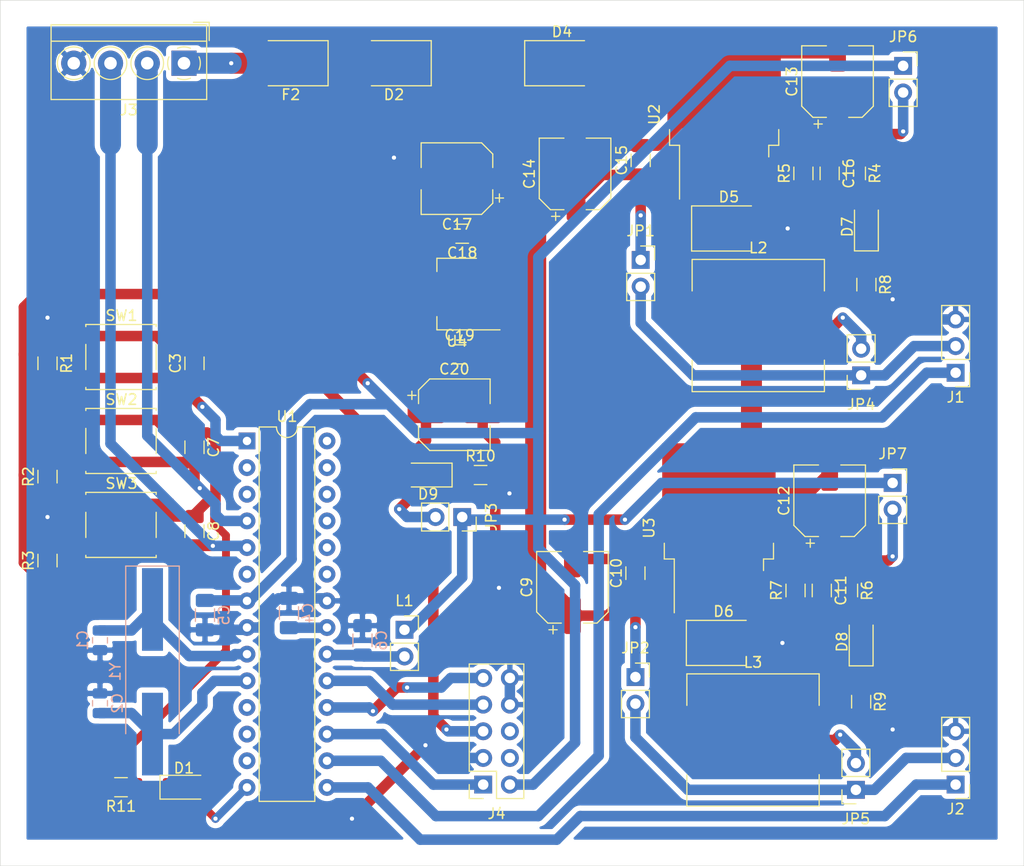
<source format=kicad_pcb>
(kicad_pcb (version 20171130) (host pcbnew "(5.1.0)-1")
  (layers (0 F.Cu signal) (31 B.Cu signal) (34 B.Paste user) (35 F.Paste user) (36 B.SilkS user) (37 F.SilkS user) (38 B.Mask user) (39 F.Mask user) (44 Edge.Cuts user))
  (net 0 "")
  (net 1 GND)
  (net 2 "Net-(C1-Pad1)")
  (net 3 "Net-(C2-Pad1)")
  (net 4 "Net-(C4-Pad1)")
  (net 5 +5V)
  (net 6 "Net-(C6-Pad1)")
  (net 7 /Button1)
  (net 8 /Button2)
  (net 9 +12P)
  (net 10 "Net-(C11-Pad2)")
  (net 11 "Net-(C11-Pad1)")
  (net 12 "Net-(C13-Pad1)")
  (net 13 "Net-(C16-Pad1)")
  (net 14 "Net-(C19-Pad1)")
  (net 15 "Net-(D2-Pad2)")
  (net 16 "Net-(D5-Pad1)")
  (net 17 "Net-(D6-Pad1)")
  (net 18 "Net-(D7-Pad1)")
  (net 19 "Net-(D8-Pad1)")
  (net 20 "Net-(D9-Pad1)")
  (net 21 +12V)
  (net 22 /PWM1)
  (net 23 VDD)
  (net 24 Vdrive)
  (net 25 /PWM2)
  (net 26 /MOSI)
  (net 27 /RESET)
  (net 28 /SCK)
  (net 29 /MISO)
  (net 30 /LED)
  (net 31 "Net-(D1-Pad1)")
  (module Resistor_SMD:R_1206_3216Metric (layer F.Cu) (at 29 105 180)
    (fp_text reference R11 (at 0 -1.82 180) (layer F.SilkS))
    (fp_text value 330)
    (pad 2 smd roundrect (at 1.4 0 180) (size 1.25 1.75) (layers F.Cu F.Paste F.Mask) (roundrect_rratio 0.2) (net 1 GND))
    (pad 1 smd roundrect (at -1.4 0 180) (size 1.25 1.75) (layers F.Cu F.Paste F.Mask) (roundrect_rratio 0.2) (net 31 "Net-(D1-Pad1)"))
  )
  (module LED_SMD:LED_1206_3216Metric (layer F.Cu) (at 35 105)
    (fp_text reference D1 (at 0 -1.82) (layer F.SilkS))
    (fp_text value LED)
    (pad 2 smd roundrect (at 1.4 0) (size 1.25 1.75) (layers F.Cu F.Paste F.Mask) (roundrect_rratio 0.2) (net 30 /LED))
    (pad 1 smd roundrect (at -1.4 0) (size 1.25 1.75) (layers F.Cu F.Paste F.Mask) (roundrect_rratio 0.2) (net 31 "Net-(D1-Pad1)"))
  )
  (module Capacitor_SMD:C_0805_2012Metric (layer B.Cu) (at 27 91 270)
    (fp_text reference C1 (at 0 1.65 270) (layer B.SilkS) (effects (justify mirror)))
    (fp_text value 22p)
    (pad 2 smd roundrect (at 0.9375 0 270) (size 0.975 1.4) (layers B.Cu B.Paste B.Mask) (net 1 GND))
    (pad 1 smd roundrect (at -0.9375 0 270) (size 0.975 1.4) (layers B.Cu B.Paste B.Mask) (net 2 "Net-(C1-Pad1)"))
  )
  (module Capacitor_SMD:C_0805_2012Metric (layer B.Cu) (at 27 97 90)
    (fp_text reference C2 (at 0 1.65 90) (layer B.SilkS) (effects (justify mirror)))
    (fp_text value 22p)
    (pad 1 smd roundrect (at -0.9375 0 90) (size 0.975 1.4) (layers B.Cu B.Paste B.Mask) (net 3 "Net-(C2-Pad1)"))
    (pad 2 smd roundrect (at 0.9375 0 90) (size 0.975 1.4) (layers B.Cu B.Paste B.Mask) (net 1 GND))
  )
  (module Capacitor_SMD:C_1206_3216Metric (layer F.Cu) (at 36 64.6 90)
    (fp_text reference C3 (at 0 -1.82 90) (layer F.SilkS))
    (fp_text value 100n)
    (pad 2 smd roundrect (at 1.4 0 90) (size 1.25 1.75) (layers F.Cu F.Paste F.Mask) (roundrect_rratio 0.2) (net 1 GND))
    (pad 1 smd roundrect (at -1.4 0 90) (size 1.25 1.75) (layers F.Cu F.Paste F.Mask) (roundrect_rratio 0.2) (net 27 /RESET))
  )
  (module Capacitor_SMD:C_1206_3216Metric (layer B.Cu) (at 45 88.4 90)
    (fp_text reference C4 (at 0 1.82 90) (layer B.SilkS) (effects (justify mirror)))
    (fp_text value 100n)
    (pad 1 smd roundrect (at -1.4 0 90) (size 1.25 1.75) (layers B.Cu B.Paste B.Mask) (roundrect_rratio 0.2) (net 4 "Net-(C4-Pad1)"))
    (pad 2 smd roundrect (at 1.4 0 90) (size 1.25 1.75) (layers B.Cu B.Paste B.Mask) (roundrect_rratio 0.2) (net 1 GND))
  )
  (module Capacitor_SMD:C_1206_3216Metric (layer B.Cu) (at 37 88.6 90)
    (fp_text reference C5 (at 0 1.82 90) (layer B.SilkS) (effects (justify mirror)))
    (fp_text value 100n)
    (pad 1 smd roundrect (at -1.4 0 90) (size 1.25 1.75) (layers B.Cu B.Paste B.Mask) (roundrect_rratio 0.2) (net 1 GND))
    (pad 2 smd roundrect (at 1.4 0 90) (size 1.25 1.75) (layers B.Cu B.Paste B.Mask) (roundrect_rratio 0.2) (net 5 +5V))
  )
  (module Capacitor_SMD:C_1206_3216Metric (layer B.Cu) (at 52 91 90)
    (fp_text reference C6 (at 0 1.82 90) (layer B.SilkS) (effects (justify mirror)))
    (fp_text value 100n)
    (pad 2 smd roundrect (at 1.4 0 90) (size 1.25 1.75) (layers B.Cu B.Paste B.Mask) (roundrect_rratio 0.2) (net 1 GND))
    (pad 1 smd roundrect (at -1.4 0 90) (size 1.25 1.75) (layers B.Cu B.Paste B.Mask) (roundrect_rratio 0.2) (net 6 "Net-(C6-Pad1)"))
  )
  (module Capacitor_SMD:C_1206_3216Metric (layer F.Cu) (at 36 72.6 270)
    (fp_text reference C7 (at 0 -1.82 270) (layer F.SilkS))
    (fp_text value 100n)
    (pad 1 smd roundrect (at -1.4 0 270) (size 1.25 1.75) (layers F.Cu F.Paste F.Mask) (roundrect_rratio 0.2) (net 1 GND))
    (pad 2 smd roundrect (at 1.4 0 270) (size 1.25 1.75) (layers F.Cu F.Paste F.Mask) (roundrect_rratio 0.2) (net 7 /Button1))
  )
  (module Capacitor_SMD:C_1206_3216Metric (layer F.Cu) (at 36 80.6 270)
    (fp_text reference C8 (at 0 -1.82 270) (layer F.SilkS))
    (fp_text value 100n)
    (pad 2 smd roundrect (at 1.4 0 270) (size 1.25 1.75) (layers F.Cu F.Paste F.Mask) (roundrect_rratio 0.2) (net 8 /Button2))
    (pad 1 smd roundrect (at -1.4 0 270) (size 1.25 1.75) (layers F.Cu F.Paste F.Mask) (roundrect_rratio 0.2) (net 1 GND))
  )
  (module Capacitor_SMD:CP_Elec_6.3x7.7 (layer F.Cu) (at 72 85.95 90)
    (fp_text reference C9 (at 0 -4.35 90) (layer F.SilkS))
    (fp_text value 100u)
    (pad 2 smd roundrect (at 2.7 0 90) (size 3.5 1.6) (layers F.Cu F.Paste F.Mask) (roundrect_rratio 0.15625) (net 1 GND))
    (pad 1 smd roundrect (at -2.7 0 90) (size 3.5 1.6) (layers F.Cu F.Paste F.Mask) (roundrect_rratio 0.15625) (net 9 +12P))
  )
  (module Capacitor_SMD:C_1206_3216Metric (layer F.Cu) (at 78 84.6 90)
    (fp_text reference C10 (at 0 -1.82 90) (layer F.SilkS))
    (fp_text value 100n)
    (pad 2 smd roundrect (at 1.4 0 90) (size 1.25 1.75) (layers F.Cu F.Paste F.Mask) (roundrect_rratio 0.2) (net 1 GND))
    (pad 1 smd roundrect (at -1.4 0 90) (size 1.25 1.75) (layers F.Cu F.Paste F.Mask) (roundrect_rratio 0.2) (net 9 +12P))
  )
  (module Capacitor_SMD:C_1206_3216Metric (layer F.Cu) (at 95.75 86.25 270)
    (fp_text reference C11 (at 0 -1.82 270) (layer F.SilkS))
    (fp_text value 20n)
    (pad 2 smd roundrect (at 1.4 0 270) (size 1.25 1.75) (layers F.Cu F.Paste F.Mask) (roundrect_rratio 0.2) (net 10 "Net-(C11-Pad2)"))
    (pad 1 smd roundrect (at -1.4 0 270) (size 1.25 1.75) (layers F.Cu F.Paste F.Mask) (roundrect_rratio 0.2) (net 11 "Net-(C11-Pad1)"))
  )
  (module Capacitor_SMD:CP_Elec_6.3x7.7 (layer F.Cu) (at 96.5 77.7 90)
    (fp_text reference C12 (at 0 -4.35 90) (layer F.SilkS))
    (fp_text value 470u/220u)
    (pad 1 smd roundrect (at -2.7 0 90) (size 3.5 1.6) (layers F.Cu F.Paste F.Mask) (roundrect_rratio 0.15625) (net 10 "Net-(C11-Pad2)"))
    (pad 2 smd roundrect (at 2.7 0 90) (size 3.5 1.6) (layers F.Cu F.Paste F.Mask) (roundrect_rratio 0.15625) (net 1 GND))
  )
  (module Capacitor_SMD:CP_Elec_6.3x7.7 (layer F.Cu) (at 97.25 37.75 90)
    (fp_text reference C13 (at 0 -4.35 90) (layer F.SilkS))
    (fp_text value 470u/220u)
    (pad 1 smd roundrect (at -2.7 0 90) (size 3.5 1.6) (layers F.Cu F.Paste F.Mask) (roundrect_rratio 0.15625) (net 12 "Net-(C13-Pad1)"))
    (pad 2 smd roundrect (at 2.7 0 90) (size 3.5 1.6) (layers F.Cu F.Paste F.Mask) (roundrect_rratio 0.15625) (net 1 GND))
  )
  (module Capacitor_SMD:CP_Elec_6.3x7.7 (layer F.Cu) (at 72.25 46.55 90)
    (fp_text reference C14 (at 0 -4.35 90) (layer F.SilkS))
    (fp_text value 100u)
    (pad 2 smd roundrect (at 2.7 0 90) (size 3.5 1.6) (layers F.Cu F.Paste F.Mask) (roundrect_rratio 0.15625) (net 1 GND))
    (pad 1 smd roundrect (at -2.7 0 90) (size 3.5 1.6) (layers F.Cu F.Paste F.Mask) (roundrect_rratio 0.15625) (net 9 +12P))
  )
  (module Capacitor_SMD:C_1206_3216Metric (layer F.Cu) (at 78.5 45.25 90)
    (fp_text reference C15 (at 0 -1.82 90) (layer F.SilkS))
    (fp_text value 100n)
    (pad 1 smd roundrect (at -1.4 0 90) (size 1.25 1.75) (layers F.Cu F.Paste F.Mask) (roundrect_rratio 0.2) (net 9 +12P))
    (pad 2 smd roundrect (at 1.4 0 90) (size 1.25 1.75) (layers F.Cu F.Paste F.Mask) (roundrect_rratio 0.2) (net 1 GND))
  )
  (module Capacitor_SMD:C_1206_3216Metric (layer F.Cu) (at 96.5 46.5 270)
    (fp_text reference C16 (at 0 -1.82 270) (layer F.SilkS))
    (fp_text value 20n)
    (pad 1 smd roundrect (at -1.4 0 270) (size 1.25 1.75) (layers F.Cu F.Paste F.Mask) (roundrect_rratio 0.2) (net 13 "Net-(C16-Pad1)"))
    (pad 2 smd roundrect (at 1.4 0 270) (size 1.25 1.75) (layers F.Cu F.Paste F.Mask) (roundrect_rratio 0.2) (net 12 "Net-(C13-Pad1)"))
  )
  (module Capacitor_SMD:CP_Elec_6.3x7.7 (layer F.Cu) (at 61 47 180)
    (fp_text reference C17 (at 0 -4.35 180) (layer F.SilkS))
    (fp_text value 100u)
    (pad 1 smd roundrect (at -2.7 0 180) (size 3.5 1.6) (layers F.Cu F.Paste F.Mask) (roundrect_rratio 0.15625) (net 9 +12P))
    (pad 2 smd roundrect (at 2.7 0 180) (size 3.5 1.6) (layers F.Cu F.Paste F.Mask) (roundrect_rratio 0.15625) (net 1 GND))
  )
  (module Capacitor_SMD:C_1206_3216Metric (layer F.Cu) (at 61.5 52.25 180)
    (fp_text reference C18 (at 0 -1.82 180) (layer F.SilkS))
    (fp_text value 100n)
    (pad 2 smd roundrect (at 1.4 0 180) (size 1.25 1.75) (layers F.Cu F.Paste F.Mask) (roundrect_rratio 0.2) (net 1 GND))
    (pad 1 smd roundrect (at -1.4 0 180) (size 1.25 1.75) (layers F.Cu F.Paste F.Mask) (roundrect_rratio 0.2) (net 9 +12P))
  )
  (module Capacitor_SMD:C_1206_3216Metric (layer F.Cu) (at 61.25 63.75)
    (fp_text reference C19 (at 0 -1.82) (layer F.SilkS))
    (fp_text value 100n)
    (pad 1 smd roundrect (at -1.4 0) (size 1.25 1.75) (layers F.Cu F.Paste F.Mask) (roundrect_rratio 0.2) (net 14 "Net-(C19-Pad1)"))
    (pad 2 smd roundrect (at 1.4 0) (size 1.25 1.75) (layers F.Cu F.Paste F.Mask) (roundrect_rratio 0.2) (net 1 GND))
  )
  (module Capacitor_SMD:CP_Elec_6.3x7.7 (layer F.Cu) (at 60.75 69.5)
    (fp_text reference C20 (at 0 -4.35) (layer F.SilkS))
    (fp_text value 100u)
    (pad 2 smd roundrect (at 2.7 0) (size 3.5 1.6) (layers F.Cu F.Paste F.Mask) (roundrect_rratio 0.15625) (net 1 GND))
    (pad 1 smd roundrect (at -2.7 0) (size 3.5 1.6) (layers F.Cu F.Paste F.Mask) (roundrect_rratio 0.15625) (net 14 "Net-(C19-Pad1)"))
  )
  (module Diode_SMD:D_SMB (layer F.Cu) (at 55 36 180)
    (fp_text reference D2 (at 0 -3 180) (layer F.SilkS))
    (fp_text value D_Schottky)
    (pad 2 smd rect (at 2.15 0 180) (size 2.5 2.3) (layers F.Cu F.Paste F.Mask) (net 15 "Net-(D2-Pad2)"))
    (pad 1 smd rect (at -2.15 0 180) (size 2.5 2.3) (layers F.Cu F.Paste F.Mask) (net 9 +12P))
  )
  (module Diode_SMD:D_SMB (layer F.Cu) (at 71 36)
    (fp_text reference D4 (at 0 -3) (layer F.SilkS))
    (fp_text value D_Zener)
    (pad 1 smd rect (at -2.15 0) (size 2.5 2.3) (layers F.Cu F.Paste F.Mask) (net 9 +12P))
    (pad 2 smd rect (at 2.15 0) (size 2.5 2.3) (layers F.Cu F.Paste F.Mask) (net 1 GND))
  )
  (module Diode_SMD:D_SMB (layer F.Cu) (at 86.9 51.75)
    (fp_text reference D5 (at 0 -3) (layer F.SilkS))
    (fp_text value D_Zener)
    (pad 2 smd rect (at 2.15 0) (size 2.5 2.3) (layers F.Cu F.Paste F.Mask) (net 1 GND))
    (pad 1 smd rect (at -2.15 0) (size 2.5 2.3) (layers F.Cu F.Paste F.Mask) (net 16 "Net-(D5-Pad1)"))
  )
  (module Diode_SMD:D_SMB (layer F.Cu) (at 86.4 91.25)
    (fp_text reference D6 (at 0 -3) (layer F.SilkS))
    (fp_text value D_Zener)
    (pad 1 smd rect (at -2.15 0) (size 2.5 2.3) (layers F.Cu F.Paste F.Mask) (net 17 "Net-(D6-Pad1)"))
    (pad 2 smd rect (at 2.15 0) (size 2.5 2.3) (layers F.Cu F.Paste F.Mask) (net 1 GND))
  )
  (module LED_SMD:LED_1206_3216Metric (layer F.Cu) (at 100 51.6 90)
    (fp_text reference D7 (at 0 -1.82 90) (layer F.SilkS))
    (fp_text value LED)
    (pad 1 smd roundrect (at -1.4 0 90) (size 1.25 1.75) (layers F.Cu F.Paste F.Mask) (roundrect_rratio 0.2) (net 18 "Net-(D7-Pad1)"))
    (pad 2 smd roundrect (at 1.4 0 90) (size 1.25 1.75) (layers F.Cu F.Paste F.Mask) (roundrect_rratio 0.2) (net 12 "Net-(C13-Pad1)"))
  )
  (module LED_SMD:LED_1206_3216Metric (layer F.Cu) (at 99.5 91.15 90)
    (fp_text reference D8 (at 0 -1.82 90) (layer F.SilkS))
    (fp_text value LED)
    (pad 2 smd roundrect (at 1.4 0 90) (size 1.25 1.75) (layers F.Cu F.Paste F.Mask) (roundrect_rratio 0.2) (net 10 "Net-(C11-Pad2)"))
    (pad 1 smd roundrect (at -1.4 0 90) (size 1.25 1.75) (layers F.Cu F.Paste F.Mask) (roundrect_rratio 0.2) (net 19 "Net-(D8-Pad1)"))
  )
  (module LED_SMD:LED_1206_3216Metric (layer F.Cu) (at 58.25 75.25 180)
    (fp_text reference D9 (at 0 -1.82 180) (layer F.SilkS))
    (fp_text value LED)
    (pad 1 smd roundrect (at -1.4 0 180) (size 1.25 1.75) (layers F.Cu F.Paste F.Mask) (roundrect_rratio 0.2) (net 20 "Net-(D9-Pad1)"))
    (pad 2 smd roundrect (at 1.4 0 180) (size 1.25 1.75) (layers F.Cu F.Paste F.Mask) (roundrect_rratio 0.2) (net 14 "Net-(C19-Pad1)"))
  )
  (module Diode_SMD:D_SMB (layer F.Cu) (at 45.175001 36 180)
    (fp_text reference F2 (at 0 -3 180) (layer F.SilkS))
    (fp_text value Fuse)
    (pad 1 smd rect (at -2.15 0 180) (size 2.5 2.3) (layers F.Cu F.Paste F.Mask) (net 15 "Net-(D2-Pad2)"))
    (pad 2 smd rect (at 2.15 0 180) (size 2.5 2.3) (layers F.Cu F.Paste F.Mask) (net 21 +12V))
  )
  (module Connector_PinHeader_2.54mm:PinHeader_1x03_P2.54mm_Vertical (layer F.Cu) (at 108.5 65.5 180)
    (fp_text reference J1 (at 0 -2.33 180) (layer F.SilkS))
    (fp_text value Jp7)
    (pad 1 thru_hole rect (at 0 0 180) (size 1.7 1.7) (drill 1) (layers *.Cu *.Mask) (net 25 /PWM2))
    (pad 2 thru_hole oval (at 0 2.54 180) (size 1.7 1.7) (drill 1) (layers *.Cu *.Mask) (net 23 VDD))
    (pad 3 thru_hole oval (at 0 5.08 180) (size 1.7 1.7) (drill 1) (layers *.Cu *.Mask) (net 1 GND))
  )
  (module Connector_PinHeader_2.54mm:PinHeader_1x03_P2.54mm_Vertical (layer F.Cu) (at 108.5 104.75 180)
    (fp_text reference J2 (at 0 -2.33 180) (layer F.SilkS))
    (fp_text value Jp8)
    (pad 3 thru_hole oval (at 0 5.08 180) (size 1.7 1.7) (drill 1) (layers *.Cu *.Mask) (net 1 GND))
    (pad 2 thru_hole oval (at 0 2.54 180) (size 1.7 1.7) (drill 1) (layers *.Cu *.Mask) (net 24 Vdrive))
    (pad 1 thru_hole rect (at 0 0 180) (size 1.7 1.7) (drill 1) (layers *.Cu *.Mask) (net 22 /PWM1))
  )
  (module TerminalBlock_4Ucon:TerminalBlock_4Ucon_1x04_P3.50mm_Horizontal (layer F.Cu) (at 35 36 180)
    (fp_text reference J3 (at 5.25 -4.46 180) (layer F.SilkS))
    (fp_text value Jp8)
    (pad 1 thru_hole rect (at 0 0 180) (size 2.4 2.4) (drill 1.2) (layers *.Cu *.Mask) (net 21 +12V))
    (pad 2 thru_hole circle (at 3.5 0 180) (size 2.4 2.4) (drill 1.2) (layers *.Cu *.Mask) (net 7 /Button1))
    (pad 3 thru_hole circle (at 7 0 180) (size 2.4 2.4) (drill 1.2) (layers *.Cu *.Mask) (net 8 /Button2))
    (pad 4 thru_hole circle (at 10.5 0 180) (size 2.4 2.4) (drill 1.2) (layers *.Cu *.Mask) (net 1 GND))
  )
  (module Connector_PinSocket_2.54mm:PinSocket_2x05_P2.54mm_Vertical (layer F.Cu) (at 63.5 104.75 180)
    (fp_text reference J4 (at -1.27 -2.77 180) (layer F.SilkS))
    (fp_text value Conn_02x05_Odd_Even)
    (pad 1 thru_hole rect (at 0 0 180) (size 1.7 1.7) (drill 1) (layers *.Cu *.Mask) (net 26 /MOSI))
    (pad 2 thru_hole oval (at -2.54 0 180) (size 1.7 1.7) (drill 1) (layers *.Cu *.Mask) (net 5 +5V))
    (pad 3 thru_hole oval (at 0 2.54 180) (size 1.7 1.7) (drill 1) (layers *.Cu *.Mask) (net 1 GND))
    (pad 4 thru_hole oval (at -2.54 2.54 180) (size 1.7 1.7) (drill 1) (layers *.Cu *.Mask))
    (pad 5 thru_hole oval (at 0 5.08 180) (size 1.7 1.7) (drill 1) (layers *.Cu *.Mask) (net 27 /RESET))
    (pad 6 thru_hole oval (at -2.54 5.08 180) (size 1.7 1.7) (drill 1) (layers *.Cu *.Mask))
    (pad 7 thru_hole oval (at 0 7.62 180) (size 1.7 1.7) (drill 1) (layers *.Cu *.Mask) (net 28 /SCK))
    (pad 8 thru_hole oval (at -2.54 7.62 180) (size 1.7 1.7) (drill 1) (layers *.Cu *.Mask) (net 1 GND))
    (pad 9 thru_hole oval (at 0 10.16 180) (size 1.7 1.7) (drill 1) (layers *.Cu *.Mask) (net 29 /MISO))
    (pad 10 thru_hole oval (at -2.54 10.16 180) (size 1.7 1.7) (drill 1) (layers *.Cu *.Mask) (net 1 GND))
  )
  (module Connector_PinSocket_2.54mm:PinSocket_1x02_P2.54mm_Vertical (layer F.Cu) (at 78.5 54.75)
    (fp_text reference JP1 (at 0 -2.77) (layer F.SilkS))
    (fp_text value Jp6)
    (pad 2 thru_hole oval (at 0 2.54) (size 1.7 1.7) (drill 1) (layers *.Cu *.Mask) (net 23 VDD))
    (pad 1 thru_hole rect (at 0 0) (size 1.7 1.7) (drill 1) (layers *.Cu *.Mask) (net 9 +12P))
  )
  (module Connector_PinSocket_2.54mm:PinSocket_1x02_P2.54mm_Vertical (layer F.Cu) (at 78 94.5)
    (fp_text reference JP2 (at 0 -2.77) (layer F.SilkS))
    (fp_text value Jp3)
    (pad 2 thru_hole oval (at 0 2.54) (size 1.7 1.7) (drill 1) (layers *.Cu *.Mask) (net 24 Vdrive))
    (pad 1 thru_hole rect (at 0 0) (size 1.7 1.7) (drill 1) (layers *.Cu *.Mask) (net 9 +12P))
  )
  (module Connector_PinSocket_2.54mm:PinSocket_1x02_P2.54mm_Vertical (layer F.Cu) (at 61.5 79.25 270)
    (fp_text reference JP3 (at 0 -2.77 270) (layer F.SilkS))
    (fp_text value Jp3)
    (pad 2 thru_hole oval (at 0 2.54 270) (size 1.7 1.7) (drill 1) (layers *.Cu *.Mask) (net 14 "Net-(C19-Pad1)"))
    (pad 1 thru_hole rect (at 0 0 270) (size 1.7 1.7) (drill 1) (layers *.Cu *.Mask) (net 5 +5V))
  )
  (module Connector_PinSocket_2.54mm:PinSocket_1x02_P2.54mm_Vertical (layer F.Cu) (at 99.5 65.75 180)
    (fp_text reference JP4 (at 0 -2.77 180) (layer F.SilkS))
    (fp_text value Jp4)
    (pad 2 thru_hole oval (at 0 2.54 180) (size 1.7 1.7) (drill 1) (layers *.Cu *.Mask) (net 12 "Net-(C13-Pad1)"))
    (pad 1 thru_hole rect (at 0 0 180) (size 1.7 1.7) (drill 1) (layers *.Cu *.Mask) (net 23 VDD))
  )
  (module Connector_PinSocket_2.54mm:PinSocket_1x02_P2.54mm_Vertical (layer F.Cu) (at 99 105.25 180)
    (fp_text reference JP5 (at 0 -2.77 180) (layer F.SilkS))
    (fp_text value Jp1)
    (pad 1 thru_hole rect (at 0 0 180) (size 1.7 1.7) (drill 1) (layers *.Cu *.Mask) (net 24 Vdrive))
    (pad 2 thru_hole oval (at 0 2.54 180) (size 1.7 1.7) (drill 1) (layers *.Cu *.Mask) (net 10 "Net-(C11-Pad2)"))
  )
  (module Connector_PinSocket_2.54mm:PinSocket_1x02_P2.54mm_Vertical (layer F.Cu) (at 103.5 36.25)
    (fp_text reference JP6 (at 0 -2.77) (layer F.SilkS))
    (fp_text value Jp5)
    (pad 1 thru_hole rect (at 0 0) (size 1.7 1.7) (drill 1) (layers *.Cu *.Mask) (net 5 +5V))
    (pad 2 thru_hole oval (at 0 2.54) (size 1.7 1.7) (drill 1) (layers *.Cu *.Mask) (net 12 "Net-(C13-Pad1)"))
  )
  (module Connector_PinSocket_2.54mm:PinSocket_1x02_P2.54mm_Vertical (layer F.Cu) (at 102.5 76)
    (fp_text reference JP7 (at 0 -2.77) (layer F.SilkS))
    (fp_text value Jp2)
    (pad 1 thru_hole rect (at 0 0) (size 1.7 1.7) (drill 1) (layers *.Cu *.Mask) (net 5 +5V))
    (pad 2 thru_hole oval (at 0 2.54) (size 1.7 1.7) (drill 1) (layers *.Cu *.Mask) (net 10 "Net-(C11-Pad2)"))
  )
  (module Connector_PinSocket_2.54mm:PinSocket_1x02_P2.54mm_Vertical (layer F.Cu) (at 56 90)
    (fp_text reference L1 (at 0 -2.77) (layer F.SilkS))
    (fp_text value 10u)
    (pad 1 thru_hole rect (at 0 0) (size 1.7 1.7) (drill 1) (layers *.Cu *.Mask) (net 5 +5V))
    (pad 2 thru_hole oval (at 0 2.54) (size 1.7 1.7) (drill 1) (layers *.Cu *.Mask) (net 6 "Net-(C6-Pad1)"))
  )
  (module Inductor_SMD:L_12x12mm_H8mm (layer F.Cu) (at 89.7 61)
    (fp_text reference L2 (at 0 -7.4) (layer F.SilkS))
    (fp_text value 33u)
    (pad 1 smd rect (at -4.95 0) (size 2.9 5.4) (layers F.Cu F.Paste F.Mask) (net 16 "Net-(D5-Pad1)"))
    (pad 2 smd rect (at 4.95 0) (size 2.9 5.4) (layers F.Cu F.Paste F.Mask) (net 12 "Net-(C13-Pad1)"))
  )
  (module Inductor_SMD:L_12x12mm_H8mm (layer F.Cu) (at 89.2 100.5)
    (fp_text reference L3 (at 0 -7.4) (layer F.SilkS))
    (fp_text value 33u)
    (pad 2 smd rect (at 4.95 0) (size 2.9 5.4) (layers F.Cu F.Paste F.Mask) (net 10 "Net-(C11-Pad2)"))
    (pad 1 smd rect (at -4.95 0) (size 2.9 5.4) (layers F.Cu F.Paste F.Mask) (net 17 "Net-(D6-Pad1)"))
  )
  (module Resistor_SMD:R_1206_3216Metric (layer F.Cu) (at 22 64.6 270)
    (fp_text reference R1 (at 0 -1.82 270) (layer F.SilkS))
    (fp_text value 10k)
    (pad 1 smd roundrect (at -1.4 0 270) (size 1.25 1.75) (layers F.Cu F.Paste F.Mask) (roundrect_rratio 0.2) (net 5 +5V))
    (pad 2 smd roundrect (at 1.4 0 270) (size 1.25 1.75) (layers F.Cu F.Paste F.Mask) (roundrect_rratio 0.2) (net 27 /RESET))
  )
  (module Resistor_SMD:R_1206_3216Metric (layer F.Cu) (at 22 75.4 90)
    (fp_text reference R2 (at 0 -1.82 90) (layer F.SilkS))
    (fp_text value R)
    (pad 1 smd roundrect (at -1.4 0 90) (size 1.25 1.75) (layers F.Cu F.Paste F.Mask) (roundrect_rratio 0.2) (net 5 +5V))
    (pad 2 smd roundrect (at 1.4 0 90) (size 1.25 1.75) (layers F.Cu F.Paste F.Mask) (roundrect_rratio 0.2) (net 7 /Button1))
  )
  (module Resistor_SMD:R_1206_3216Metric (layer F.Cu) (at 22 83.4 90)
    (fp_text reference R3 (at 0 -1.82 90) (layer F.SilkS))
    (fp_text value R)
    (pad 2 smd roundrect (at 1.4 0 90) (size 1.25 1.75) (layers F.Cu F.Paste F.Mask) (roundrect_rratio 0.2) (net 8 /Button2))
    (pad 1 smd roundrect (at -1.4 0 90) (size 1.25 1.75) (layers F.Cu F.Paste F.Mask) (roundrect_rratio 0.2) (net 5 +5V))
  )
  (module Resistor_SMD:R_1206_3216Metric (layer F.Cu) (at 99 46.5 270)
    (fp_text reference R4 (at 0 -1.82 270) (layer F.SilkS))
    (fp_text value R)
    (pad 2 smd roundrect (at 1.4 0 270) (size 1.25 1.75) (layers F.Cu F.Paste F.Mask) (roundrect_rratio 0.2) (net 12 "Net-(C13-Pad1)"))
    (pad 1 smd roundrect (at -1.4 0 270) (size 1.25 1.75) (layers F.Cu F.Paste F.Mask) (roundrect_rratio 0.2) (net 13 "Net-(C16-Pad1)"))
  )
  (module Resistor_SMD:R_1206_3216Metric (layer F.Cu) (at 98.25 86.25 270)
    (fp_text reference R6 (at 0 -1.82 270) (layer F.SilkS))
    (fp_text value R)
    (pad 2 smd roundrect (at 1.4 0 270) (size 1.25 1.75) (layers F.Cu F.Paste F.Mask) (roundrect_rratio 0.2) (net 10 "Net-(C11-Pad2)"))
    (pad 1 smd roundrect (at -1.4 0 270) (size 1.25 1.75) (layers F.Cu F.Paste F.Mask) (roundrect_rratio 0.2) (net 11 "Net-(C11-Pad1)"))
  )
  (module Resistor_SMD:R_1206_3216Metric (layer F.Cu) (at 100 57.1 270)
    (fp_text reference R8 (at 0 -1.82 270) (layer F.SilkS))
    (fp_text value 330)
    (pad 2 smd roundrect (at 1.4 0 270) (size 1.25 1.75) (layers F.Cu F.Paste F.Mask) (roundrect_rratio 0.2) (net 1 GND))
    (pad 1 smd roundrect (at -1.4 0 270) (size 1.25 1.75) (layers F.Cu F.Paste F.Mask) (roundrect_rratio 0.2) (net 18 "Net-(D7-Pad1)"))
  )
  (module Resistor_SMD:R_1206_3216Metric (layer F.Cu) (at 99.5 96.85 270)
    (fp_text reference R9 (at 0 -1.82 270) (layer F.SilkS))
    (fp_text value 330)
    (pad 2 smd roundrect (at 1.4 0 270) (size 1.25 1.75) (layers F.Cu F.Paste F.Mask) (roundrect_rratio 0.2) (net 1 GND))
    (pad 1 smd roundrect (at -1.4 0 270) (size 1.25 1.75) (layers F.Cu F.Paste F.Mask) (roundrect_rratio 0.2) (net 19 "Net-(D8-Pad1)"))
  )
  (module Resistor_SMD:R_1206_3216Metric (layer F.Cu) (at 63.25 75.25)
    (fp_text reference R10 (at 0 -1.82) (layer F.SilkS))
    (fp_text value 330)
    (pad 1 smd roundrect (at -1.4 0) (size 1.25 1.75) (layers F.Cu F.Paste F.Mask) (roundrect_rratio 0.2) (net 20 "Net-(D9-Pad1)"))
    (pad 2 smd roundrect (at 1.4 0) (size 1.25 1.75) (layers F.Cu F.Paste F.Mask) (roundrect_rratio 0.2) (net 1 GND))
  )
  (module Button_Switch_SMD:SW_SPST_EVQQ2 (layer F.Cu) (at 29 64)
    (fp_text reference SW1 (at 0.05 -3.95) (layer F.SilkS))
    (fp_text value SW_Push)
    (pad 1 smd rect (at 3.4 -2) (size 3.2 1) (layers F.Cu F.Paste F.Mask) (net 1 GND))
    (pad 1 smd rect (at -3.4 -2) (size 3.2 1) (layers F.Cu F.Paste F.Mask) (net 1 GND))
    (pad 2 smd rect (at -3.4 2) (size 3.2 1) (layers F.Cu F.Paste F.Mask) (net 27 /RESET))
    (pad 2 smd rect (at 3.4 2) (size 3.2 1) (layers F.Cu F.Paste F.Mask) (net 27 /RESET))
  )
  (module Button_Switch_SMD:SW_SPST_EVQQ2 (layer F.Cu) (at 29 72)
    (fp_text reference SW2 (at 0.05 -3.95) (layer F.SilkS))
    (fp_text value SW_Push)
    (pad 2 smd rect (at 3.4 2) (size 3.2 1) (layers F.Cu F.Paste F.Mask) (net 7 /Button1))
    (pad 2 smd rect (at -3.4 2) (size 3.2 1) (layers F.Cu F.Paste F.Mask) (net 7 /Button1))
    (pad 1 smd rect (at -3.4 -2) (size 3.2 1) (layers F.Cu F.Paste F.Mask) (net 1 GND))
    (pad 1 smd rect (at 3.4 -2) (size 3.2 1) (layers F.Cu F.Paste F.Mask) (net 1 GND))
  )
  (module Button_Switch_SMD:SW_SPST_EVQQ2 (layer F.Cu) (at 29 80)
    (fp_text reference SW3 (at 0.05 -3.95) (layer F.SilkS))
    (fp_text value SW_Push)
    (pad 1 smd rect (at 3.4 -2) (size 3.2 1) (layers F.Cu F.Paste F.Mask) (net 1 GND))
    (pad 1 smd rect (at -3.4 -2) (size 3.2 1) (layers F.Cu F.Paste F.Mask) (net 1 GND))
    (pad 2 smd rect (at -3.4 2) (size 3.2 1) (layers F.Cu F.Paste F.Mask) (net 8 /Button2))
    (pad 2 smd rect (at 3.4 2) (size 3.2 1) (layers F.Cu F.Paste F.Mask) (net 8 /Button2))
  )
  (module Package_DIP:DIP-28_W7.62mm (layer F.Cu) (at 41 72)
    (fp_text reference U1 (at 3.81 -2.33) (layer F.SilkS))
    (fp_text value ATmega8-16PU)
    (pad 1 thru_hole rect (at 0 0) (size 1.6 1.6) (drill 0.8) (layers *.Cu *.Mask) (net 27 /RESET))
    (pad 15 thru_hole oval (at 7.62 33.02) (size 1.6 1.6) (drill 0.8) (layers *.Cu *.Mask) (net 22 /PWM1))
    (pad 2 thru_hole oval (at 0 2.54) (size 1.6 1.6) (drill 0.8) (layers *.Cu *.Mask))
    (pad 16 thru_hole oval (at 7.62 30.48) (size 1.6 1.6) (drill 0.8) (layers *.Cu *.Mask) (net 25 /PWM2))
    (pad 3 thru_hole oval (at 0 5.08) (size 1.6 1.6) (drill 0.8) (layers *.Cu *.Mask))
    (pad 17 thru_hole oval (at 7.62 27.94) (size 1.6 1.6) (drill 0.8) (layers *.Cu *.Mask) (net 26 /MOSI))
    (pad 4 thru_hole oval (at 0 7.62) (size 1.6 1.6) (drill 0.8) (layers *.Cu *.Mask) (net 7 /Button1))
    (pad 18 thru_hole oval (at 7.62 25.4) (size 1.6 1.6) (drill 0.8) (layers *.Cu *.Mask) (net 29 /MISO))
    (pad 5 thru_hole oval (at 0 10.16) (size 1.6 1.6) (drill 0.8) (layers *.Cu *.Mask) (net 8 /Button2))
    (pad 19 thru_hole oval (at 7.62 22.86) (size 1.6 1.6) (drill 0.8) (layers *.Cu *.Mask) (net 28 /SCK))
    (pad 6 thru_hole oval (at 0 12.7) (size 1.6 1.6) (drill 0.8) (layers *.Cu *.Mask))
    (pad 20 thru_hole oval (at 7.62 20.32) (size 1.6 1.6) (drill 0.8) (layers *.Cu *.Mask) (net 6 "Net-(C6-Pad1)"))
    (pad 7 thru_hole oval (at 0 15.24) (size 1.6 1.6) (drill 0.8) (layers *.Cu *.Mask) (net 5 +5V))
    (pad 21 thru_hole oval (at 7.62 17.78) (size 1.6 1.6) (drill 0.8) (layers *.Cu *.Mask) (net 4 "Net-(C4-Pad1)"))
    (pad 8 thru_hole oval (at 0 17.78) (size 1.6 1.6) (drill 0.8) (layers *.Cu *.Mask) (net 1 GND))
    (pad 22 thru_hole oval (at 7.62 15.24) (size 1.6 1.6) (drill 0.8) (layers *.Cu *.Mask) (net 1 GND))
    (pad 9 thru_hole oval (at 0 20.32) (size 1.6 1.6) (drill 0.8) (layers *.Cu *.Mask) (net 2 "Net-(C1-Pad1)"))
    (pad 23 thru_hole oval (at 7.62 12.7) (size 1.6 1.6) (drill 0.8) (layers *.Cu *.Mask))
    (pad 10 thru_hole oval (at 0 22.86) (size 1.6 1.6) (drill 0.8) (layers *.Cu *.Mask) (net 3 "Net-(C2-Pad1)"))
    (pad 24 thru_hole oval (at 7.62 10.16) (size 1.6 1.6) (drill 0.8) (layers *.Cu *.Mask))
    (pad 11 thru_hole oval (at 0 25.4) (size 1.6 1.6) (drill 0.8) (layers *.Cu *.Mask))
    (pad 25 thru_hole oval (at 7.62 7.62) (size 1.6 1.6) (drill 0.8) (layers *.Cu *.Mask))
    (pad 12 thru_hole oval (at 0 27.94) (size 1.6 1.6) (drill 0.8) (layers *.Cu *.Mask))
    (pad 26 thru_hole oval (at 7.62 5.08) (size 1.6 1.6) (drill 0.8) (layers *.Cu *.Mask))
    (pad 13 thru_hole oval (at 0 30.48) (size 1.6 1.6) (drill 0.8) (layers *.Cu *.Mask))
    (pad 27 thru_hole oval (at 7.62 2.54) (size 1.6 1.6) (drill 0.8) (layers *.Cu *.Mask))
    (pad 14 thru_hole oval (at 0 33.02) (size 1.6 1.6) (drill 0.8) (layers *.Cu *.Mask) (net 30 /LED))
    (pad 28 thru_hole oval (at 7.62 0) (size 1.6 1.6) (drill 0.8) (layers *.Cu *.Mask))
  )
  (module Package_TO_SOT_SMD:TO-263-5_TabPin3 (layer F.Cu) (at 86.45 40.875 90)
    (fp_text reference U2 (at 0 -6.65 90) (layer F.SilkS))
    (fp_text value LM2596S-ADJ)
    (pad 1 smd rect (at -5.775 -3.4 90) (size 4.6 1.1) (layers F.Cu F.Paste F.Mask) (net 9 +12P))
    (pad 2 smd rect (at -5.775 -1.7 90) (size 4.6 1.1) (layers F.Cu F.Paste F.Mask) (net 16 "Net-(D5-Pad1)"))
    (pad 3 smd rect (at -5.775 0 90) (size 4.6 1.1) (layers F.Cu F.Paste F.Mask) (net 1 GND))
    (pad 4 smd rect (at -5.775 1.7 90) (size 4.6 1.1) (layers F.Cu F.Paste F.Mask) (net 13 "Net-(C16-Pad1)"))
    (pad 5 smd rect (at -5.775 3.4 90) (size 4.6 1.1) (layers F.Cu F.Paste F.Mask) (net 1 GND))
    (pad 3 smd rect (at 3.375 0 90) (size 9.4 10.8) (layers F.Cu F.Mask) (net 1 GND))
  )
  (module Package_TO_SOT_SMD:TO-263-5_TabPin3 (layer F.Cu) (at 85.95 80.3 90)
    (fp_text reference U3 (at 0 -6.65 90) (layer F.SilkS))
    (fp_text value LM2596S-ADJ)
    (pad 3 smd rect (at 3.375 0 90) (size 9.4 10.8) (layers F.Cu F.Mask) (net 1 GND))
    (pad 5 smd rect (at -5.775 3.4 90) (size 4.6 1.1) (layers F.Cu F.Paste F.Mask) (net 1 GND))
    (pad 4 smd rect (at -5.775 1.7 90) (size 4.6 1.1) (layers F.Cu F.Paste F.Mask) (net 11 "Net-(C11-Pad1)"))
    (pad 3 smd rect (at -5.775 0 90) (size 4.6 1.1) (layers F.Cu F.Paste F.Mask) (net 1 GND))
    (pad 2 smd rect (at -5.775 -1.7 90) (size 4.6 1.1) (layers F.Cu F.Paste F.Mask) (net 17 "Net-(D6-Pad1)"))
    (pad 1 smd rect (at -5.775 -3.4 90) (size 4.6 1.1) (layers F.Cu F.Paste F.Mask) (net 9 +12P))
  )
  (module Package_TO_SOT_SMD:SOT-223-3_TabPin2 (layer F.Cu) (at 61 58 180)
    (fp_text reference U4 (at 0 -4.5 180) (layer F.SilkS))
    (fp_text value LM1117-5.0)
    (pad 2 smd rect (at 3.15 0 180) (size 2 3.8) (layers F.Cu F.Paste F.Mask) (net 14 "Net-(C19-Pad1)"))
    (pad 2 smd rect (at -3.15 0 180) (size 2 1.5) (layers F.Cu F.Paste F.Mask) (net 14 "Net-(C19-Pad1)"))
    (pad 3 smd rect (at -3.15 2.3 180) (size 2 1.5) (layers F.Cu F.Paste F.Mask) (net 9 +12P))
    (pad 1 smd rect (at -3.15 -2.3 180) (size 2 1.5) (layers F.Cu F.Paste F.Mask) (net 1 GND))
  )
  (module Crystal:Crystal_SMD_HC49-SD_HandSoldering (layer B.Cu) (at 32 94 270)
    (fp_text reference Y1 (at 0 3.55 270) (layer B.SilkS) (effects (justify mirror)))
    (fp_text value Crystal)
    (pad 1 smd rect (at -5.9375 0 270) (size 7.875 2) (layers B.Cu B.Paste B.Mask) (net 2 "Net-(C1-Pad1)"))
    (pad 2 smd rect (at 5.9375 0 270) (size 7.875 2) (layers B.Cu B.Paste B.Mask) (net 3 "Net-(C2-Pad1)"))
  )
  (module Resistor_SMD:R_1206_3216Metric (layer F.Cu) (at 94 46.5 90)
    (fp_text reference R5 (at 0 -1.82 90) (layer F.SilkS))
    (fp_text value R)
    (pad 1 smd roundrect (at -1.4 0 90) (size 1.25 1.75) (layers F.Cu F.Paste F.Mask) (roundrect_rratio 0.2) (net 1 GND))
    (pad 2 smd roundrect (at 1.4 0 90) (size 1.25 1.75) (layers F.Cu F.Paste F.Mask) (roundrect_rratio 0.2) (net 13 "Net-(C16-Pad1)"))
  )
  (module Resistor_SMD:R_1206_3216Metric (layer F.Cu) (at 93.25 86.25 90)
    (fp_text reference R7 (at 0 -1.82 90) (layer F.SilkS))
    (fp_text value R)
    (pad 2 smd roundrect (at 1.4 0 90) (size 1.25 1.75) (layers F.Cu F.Paste F.Mask) (roundrect_rratio 0.2) (net 11 "Net-(C11-Pad1)"))
    (pad 1 smd roundrect (at -1.4 0 90) (size 1.25 1.75) (layers F.Cu F.Paste F.Mask) (roundrect_rratio 0.2) (net 1 GND))
  )
  (gr_line (start 115 112.5) (end 17.5 112.5) (layer Edge.Cuts) (width 0.05))
  (gr_line (start 115 30) (end 115 112.5) (layer Edge.Cuts) (width 0.05))
  (gr_line (start 17.5 30) (end 115 30) (layer Edge.Cuts) (width 0.05))
  (gr_line (start 17.5 112.5) (end 17.5 30) (layer Edge.Cuts) (width 0.05))
  (segment (start 48.38 87) (end 48.62 87.24) (width 1) (layer B.Cu) (net 1))
  (segment (start 45 87) (end 48.38 87) (width 1) (layer B.Cu) (net 1))
  (segment (start 45 87) (end 44 87) (width 1) (layer B.Cu) (net 1))
  (segment (start 44 87) (end 43 88) (width 1) (layer B.Cu) (net 1))
  (segment (start 43 88) (end 43 89) (width 1) (layer B.Cu) (net 1))
  (segment (start 42.22 89.78) (end 41 89.78) (width 1) (layer B.Cu) (net 1))
  (segment (start 43 89) (end 42.22 89.78) (width 1) (layer B.Cu) (net 1))
  (segment (start 40.78 90) (end 41 89.78) (width 1) (layer B.Cu) (net 1))
  (segment (start 37 90) (end 40.78 90) (width 1) (layer B.Cu) (net 1))
  (segment (start 66.04 97.13) (end 66.04 94.59) (width 1) (layer B.Cu) (net 1))
  (segment (start 33.6 71.2) (end 32.4 70) (width 1) (layer F.Cu) (net 1))
  (segment (start 36 71.2) (end 33.6 71.2) (width 1) (layer F.Cu) (net 1))
  (segment (start 32.4 70) (end 25.6 70) (width 1) (layer F.Cu) (net 1))
  (segment (start 33.6 63.2) (end 32.4 62) (width 1) (layer F.Cu) (net 1))
  (segment (start 36 63.2) (end 33.6 63.2) (width 1) (layer F.Cu) (net 1))
  (segment (start 32.4 62) (end 25.6 62) (width 1) (layer F.Cu) (net 1))
  (segment (start 33.6 79.2) (end 32.4 78) (width 1) (layer F.Cu) (net 1))
  (segment (start 36 79.2) (end 33.6 79.2) (width 1) (layer F.Cu) (net 1))
  (segment (start 32.4 78) (end 25.6 78) (width 1) (layer F.Cu) (net 1))
  (segment (start 72.25 43.85) (end 78.5 43.85) (width 1) (layer F.Cu) (net 1))
  (segment (start 80.1 43.85) (end 86.45 37.5) (width 1) (layer F.Cu) (net 1))
  (segment (start 78.5 43.85) (end 80.1 43.85) (width 1) (layer F.Cu) (net 1))
  (segment (start 86.45 46.65) (end 86.45 37.5) (width 1) (layer F.Cu) (net 1))
  (segment (start 89.85 50.95) (end 89.05 51.75) (width 1) (layer F.Cu) (net 1))
  (segment (start 89.05 51.75) (end 87.75 51.75) (width 1) (layer F.Cu) (net 1))
  (segment (start 87.75 51.75) (end 87 51) (width 1) (layer F.Cu) (net 1))
  (segment (start 87 51) (end 87 50.25) (width 1) (layer F.Cu) (net 1))
  (segment (start 86.45 49.7) (end 86.45 46.65) (width 1) (layer F.Cu) (net 1))
  (segment (start 87 50.25) (end 86.45 49.7) (width 1) (layer F.Cu) (net 1))
  (via (at 102.5 58.5) (size 0.8) (drill 0.4) (layers F.Cu B.Cu) (net 1))
  (segment (start 100 58.5) (end 102.5 58.5) (width 1) (layer F.Cu) (net 1))
  (via (at 92.5 51.75) (size 0.8) (drill 0.4) (layers F.Cu B.Cu) (net 1))
  (segment (start 89.05 51.75) (end 92.5 51.75) (width 1) (layer F.Cu) (net 1))
  (segment (start 58.3 50.45) (end 60.1 52.25) (width 1) (layer F.Cu) (net 1))
  (segment (start 58.3 47) (end 58.3 50.45) (width 1) (layer F.Cu) (net 1))
  (segment (start 62.65 61.8) (end 64.15 60.3) (width 1) (layer F.Cu) (net 1))
  (segment (start 62.65 63.75) (end 62.65 61.8) (width 1) (layer F.Cu) (net 1))
  (segment (start 62.65 68.7) (end 63.45 69.5) (width 1) (layer F.Cu) (net 1))
  (segment (start 62.65 63.75) (end 62.65 68.7) (width 1) (layer F.Cu) (net 1))
  (segment (start 63.45 69.5) (end 63.45 70.95) (width 1) (layer F.Cu) (net 1))
  (segment (start 64.65 72.15) (end 64.65 75.25) (width 1) (layer F.Cu) (net 1))
  (segment (start 63.45 70.95) (end 64.65 72.15) (width 1) (layer F.Cu) (net 1))
  (segment (start 25.6 78) (end 25.5 78) (width 1) (layer F.Cu) (net 1))
  (via (at 22 79.25) (size 0.8) (drill 0.4) (layers F.Cu B.Cu) (net 1))
  (segment (start 25.5 78) (end 24.25 79.25) (width 1) (layer F.Cu) (net 1))
  (segment (start 24.25 79.25) (end 22 79.25) (width 1) (layer F.Cu) (net 1))
  (segment (start 25.6 62) (end 25 62) (width 1) (layer F.Cu) (net 1))
  (via (at 22 60.25) (size 0.8) (drill 0.4) (layers F.Cu B.Cu) (net 1))
  (segment (start 25 62) (end 23.25 60.25) (width 1) (layer F.Cu) (net 1))
  (segment (start 23.25 60.25) (end 22 60.25) (width 1) (layer F.Cu) (net 1))
  (segment (start 96.75 92.55) (end 96.75 97.25) (width 1) (layer F.Cu) (net 1))
  (segment (start 97.75 98.25) (end 99.5 98.25) (width 1) (layer F.Cu) (net 1))
  (segment (start 96.75 97.25) (end 97.75 98.25) (width 1) (layer F.Cu) (net 1))
  (segment (start 77.95 83.25) (end 78 83.2) (width 1) (layer F.Cu) (net 1))
  (segment (start 72 83.25) (end 77.95 83.25) (width 1) (layer F.Cu) (net 1))
  (segment (start 79.675 83.2) (end 85.95 76.925) (width 1) (layer F.Cu) (net 1))
  (segment (start 78 83.2) (end 79.675 83.2) (width 1) (layer F.Cu) (net 1))
  (segment (start 85.95 76.925) (end 85.95 86.075) (width 1) (layer F.Cu) (net 1))
  (segment (start 85.95 86.075) (end 85.95 88.95) (width 1) (layer F.Cu) (net 1))
  (segment (start 88.25 91.25) (end 88.55 91.25) (width 1) (layer F.Cu) (net 1))
  (segment (start 85.95 88.95) (end 88.25 91.25) (width 1) (layer F.Cu) (net 1))
  (segment (start 89.35 90.45) (end 88.55 91.25) (width 1) (layer F.Cu) (net 1))
  (via (at 92 91.25) (size 0.8) (drill 0.4) (layers F.Cu B.Cu) (net 1))
  (segment (start 88.55 91.25) (end 92 91.25) (width 1) (layer F.Cu) (net 1))
  (via (at 102.5 99.5) (size 0.8) (drill 0.4) (layers F.Cu B.Cu) (net 1))
  (segment (start 99.5 98.25) (end 101.25 98.25) (width 1) (layer F.Cu) (net 1))
  (segment (start 101.25 98.25) (end 102.5 99.5) (width 1) (layer F.Cu) (net 1))
  (segment (start 102.67 99.67) (end 108.5 99.67) (width 1) (layer B.Cu) (net 1))
  (segment (start 102.5 99.5) (end 102.67 99.67) (width 1) (layer B.Cu) (net 1))
  (segment (start 94.575 76.925) (end 96.5 75) (width 1) (layer F.Cu) (net 1))
  (segment (start 85.95 76.925) (end 94.575 76.925) (width 1) (layer F.Cu) (net 1))
  (segment (start 94.25 91.25) (end 102.5 99.5) (width 1) (layer B.Cu) (net 1))
  (segment (start 92 91.25) (end 94.25 91.25) (width 1) (layer B.Cu) (net 1))
  (segment (start 95.75 51.75) (end 102.5 58.5) (width 1) (layer B.Cu) (net 1))
  (segment (start 92.5 51.75) (end 95.75 51.75) (width 1) (layer B.Cu) (net 1))
  (segment (start 102.5 58.5) (end 102.5 58.75) (width 1) (layer B.Cu) (net 1))
  (segment (start 104.17 60.42) (end 108.5 60.42) (width 1) (layer B.Cu) (net 1))
  (segment (start 102.5 58.75) (end 104.17 60.42) (width 1) (layer B.Cu) (net 1))
  (segment (start 88.9 35.05) (end 86.45 37.5) (width 1) (layer F.Cu) (net 1))
  (segment (start 97.25 35.05) (end 88.9 35.05) (width 1) (layer F.Cu) (net 1))
  (segment (start 73.15 42.95) (end 72.25 43.85) (width 1) (layer F.Cu) (net 1))
  (segment (start 73.15 36) (end 73.15 42.95) (width 1) (layer F.Cu) (net 1))
  (segment (start 89.05 73.825) (end 85.95 76.925) (width 2) (layer F.Cu) (net 1))
  (segment (start 89.05 51.75) (end 89.05 73.825) (width 2) (layer F.Cu) (net 1))
  (via (at 55 45) (size 0.8) (drill 0.4) (layers F.Cu B.Cu) (net 1))
  (segment (start 58.3 47) (end 57 47) (width 1) (layer F.Cu) (net 1))
  (segment (start 57 47) (end 55 45) (width 1) (layer F.Cu) (net 1))
  (via (at 66 77) (size 0.8) (drill 0.4) (layers F.Cu B.Cu) (net 1))
  (segment (start 64.65 75.25) (end 64.65 75.65) (width 1) (layer F.Cu) (net 1))
  (segment (start 64.65 75.65) (end 66 77) (width 1) (layer F.Cu) (net 1))
  (via (at 65 86) (size 0.8) (drill 0.4) (layers F.Cu B.Cu) (net 1))
  (segment (start 64.65 75.25) (end 64.65 85.65) (width 1) (layer F.Cu) (net 1))
  (segment (start 64.65 85.65) (end 65 86) (width 1) (layer F.Cu) (net 1))
  (via (at 58 101) (size 0.8) (drill 0.4) (layers F.Cu B.Cu) (net 1))
  (segment (start 63.5 102.21) (end 59.21 102.21) (width 1) (layer B.Cu) (net 1))
  (segment (start 59.21 102.21) (end 58 101) (width 1) (layer B.Cu) (net 1))
  (via (at 51 108) (size 0.8) (drill 0.4) (layers F.Cu B.Cu) (net 1))
  (segment (start 58 101) (end 51 108) (width 1) (layer F.Cu) (net 1))
  (segment (start 36 79.2) (end 36 79) (width 1) (layer F.Cu) (net 1))
  (segment (start 36 79) (end 38 77) (width 1) (layer F.Cu) (net 1))
  (segment (start 38 77) (end 38 72) (width 1) (layer F.Cu) (net 1))
  (segment (start 37.2 71.2) (end 36 71.2) (width 1) (layer F.Cu) (net 1))
  (segment (start 38 72) (end 37.2 71.2) (width 1) (layer F.Cu) (net 1))
  (segment (start 38 80) (end 39 81) (width 0.75) (layer F.Cu) (net 1))
  (segment (start 39 81) (end 39 92) (width 0.75) (layer F.Cu) (net 1))
  (segment (start 39 92) (end 27.6 103.4) (width 0.75) (layer F.Cu) (net 1))
  (segment (start 27.6 103.4) (end 27.6 105) (width 0.75) (layer F.Cu) (net 1))
  (segment (start 38 77) (end 38 80) (width 1) (layer F.Cu) (net 1))
  (segment (start 92.35 47.9) (end 89.85 50.4) (width 1) (layer F.Cu) (net 1))
  (segment (start 94 47.9) (end 92.35 47.9) (width 1) (layer F.Cu) (net 1))
  (segment (start 89.85 46.65) (end 89.85 50.4) (width 1) (layer F.Cu) (net 1))
  (segment (start 89.85 50.4) (end 89.85 50.95) (width 1) (layer F.Cu) (net 1))
  (segment (start 91.35 87.65) (end 89.35 89.65) (width 1) (layer F.Cu) (net 1))
  (segment (start 93.25 87.65) (end 91.35 87.65) (width 1) (layer F.Cu) (net 1))
  (segment (start 89.35 86.075) (end 89.35 89.65) (width 1) (layer F.Cu) (net 1))
  (segment (start 89.35 89.65) (end 89.35 90.45) (width 1) (layer F.Cu) (net 1))
  (segment (start 32 89) (end 32 88.0625) (width 1) (layer B.Cu) (net 2))
  (segment (start 35.5 92.5) (end 32 89) (width 1) (layer B.Cu) (net 2))
  (segment (start 39.68863 92.5) (end 35.5 92.5) (width 1) (layer B.Cu) (net 2))
  (segment (start 41 92.32) (end 39.86863 92.32) (width 1) (layer B.Cu) (net 2))
  (segment (start 39.86863 92.32) (end 39.68863 92.5) (width 1) (layer B.Cu) (net 2))
  (segment (start 30 90.0625) (end 32 88.0625) (width 1) (layer B.Cu) (net 2))
  (segment (start 27 90.0625) (end 30 90.0625) (width 1) (layer B.Cu) (net 2))
  (segment (start 34 99.9375) (end 36.75 97.1875) (width 1) (layer B.Cu) (net 3))
  (segment (start 32 99.9375) (end 34 99.9375) (width 1) (layer B.Cu) (net 3))
  (segment (start 36.75 97.1875) (end 36.75 96) (width 1) (layer B.Cu) (net 3))
  (segment (start 37.89 94.86) (end 41 94.86) (width 1) (layer B.Cu) (net 3))
  (segment (start 36.75 96) (end 37.89 94.86) (width 1) (layer B.Cu) (net 3))
  (segment (start 30 97.9375) (end 32 99.9375) (width 1) (layer B.Cu) (net 3))
  (segment (start 27 97.9375) (end 30 97.9375) (width 1) (layer B.Cu) (net 3))
  (segment (start 48.6 89.8) (end 48.62 89.78) (width 1) (layer B.Cu) (net 4))
  (segment (start 45 89.8) (end 48.6 89.8) (width 1) (layer B.Cu) (net 4))
  (segment (start 40.96 87.2) (end 41 87.24) (width 1) (layer B.Cu) (net 5))
  (segment (start 37 87.2) (end 40.96 87.2) (width 1) (layer B.Cu) (net 5))
  (segment (start 19.75 83.6) (end 20.95 84.8) (width 1) (layer F.Cu) (net 5))
  (segment (start 20.3 63.2) (end 19.75 63.75) (width 1) (layer F.Cu) (net 5))
  (segment (start 22 63.2) (end 20.3 63.2) (width 1) (layer F.Cu) (net 5))
  (segment (start 20.95 84.8) (end 22 84.8) (width 1) (layer F.Cu) (net 5))
  (segment (start 21.3 76.8) (end 19.75 75.25) (width 1) (layer F.Cu) (net 5))
  (segment (start 22 76.8) (end 21.3 76.8) (width 1) (layer F.Cu) (net 5))
  (segment (start 19.75 63.75) (end 19.75 75.25) (width 1) (layer F.Cu) (net 5))
  (segment (start 19.75 75.25) (end 19.75 83.6) (width 1) (layer F.Cu) (net 5))
  (via (at 77 79.5) (size 0.8) (drill 0.4) (layers F.Cu B.Cu) (net 5))
  (segment (start 102.5 76) (end 80.5 76) (width 1) (layer B.Cu) (net 5))
  (segment (start 80.5 76) (end 77 79.5) (width 1) (layer B.Cu) (net 5))
  (via (at 71.25 79.5) (size 0.8) (drill 0.4) (layers F.Cu B.Cu) (net 5))
  (segment (start 77 79.5) (end 71.25 79.5) (width 1) (layer F.Cu) (net 5))
  (segment (start 61.75 79.5) (end 61.5 79.25) (width 1) (layer B.Cu) (net 5))
  (segment (start 56 90) (end 56.5 90) (width 1) (layer B.Cu) (net 5))
  (segment (start 61.5 85) (end 61.5 79.25) (width 1) (layer B.Cu) (net 5))
  (segment (start 56.5 90) (end 61.5 85) (width 1) (layer B.Cu) (net 5))
  (segment (start 103.5 36.25) (end 87 36.25) (width 1) (layer B.Cu) (net 5))
  (segment (start 87 36.25) (end 68.75 54.5) (width 1) (layer B.Cu) (net 5))
  (segment (start 71.25 79.5) (end 68.75 79.5) (width 1) (layer B.Cu) (net 5))
  (segment (start 68.75 79.5) (end 61.75 79.5) (width 1) (layer B.Cu) (net 5))
  (segment (start 66.04 104.75) (end 68.25 104.75) (width 1) (layer B.Cu) (net 5))
  (segment (start 68.25 104.75) (end 72.25 100.75) (width 1) (layer B.Cu) (net 5))
  (segment (start 72.25 100.75) (end 72.25 85.75) (width 1) (layer B.Cu) (net 5))
  (segment (start 68.75 82.25) (end 68.75 79.5) (width 1) (layer B.Cu) (net 5))
  (segment (start 72.25 85.75) (end 68.75 82.25) (width 1) (layer B.Cu) (net 5))
  (segment (start 19.75 63.75) (end 19.75 59.25) (width 1) (layer F.Cu) (net 5))
  (segment (start 19.75 59.25) (end 21 58) (width 1) (layer F.Cu) (net 5))
  (via (at 52.5 66.5) (size 0.8) (drill 0.4) (layers F.Cu B.Cu) (net 5))
  (segment (start 21 58) (end 44 58) (width 1) (layer F.Cu) (net 5))
  (segment (start 44 58) (end 52.5 66.5) (width 1) (layer F.Cu) (net 5))
  (segment (start 57.25 71.25) (end 68.75 71.25) (width 1) (layer B.Cu) (net 5))
  (segment (start 68.75 54.5) (end 68.75 71.25) (width 1) (layer B.Cu) (net 5))
  (segment (start 68.75 71.25) (end 68.75 79.5) (width 1) (layer B.Cu) (net 5))
  (segment (start 47 68.5) (end 54.5 68.5) (width 1) (layer B.Cu) (net 5))
  (segment (start 54.5 68.5) (end 57.25 71.25) (width 1) (layer B.Cu) (net 5))
  (segment (start 52.5 66.5) (end 54.5 68.5) (width 1) (layer B.Cu) (net 5))
  (segment (start 41 87.24) (end 41.26 87.24) (width 1) (layer B.Cu) (net 5))
  (segment (start 41.26 87.24) (end 45.25 83.25) (width 1) (layer B.Cu) (net 5))
  (segment (start 45.25 83.25) (end 45.25 70.25) (width 1) (layer B.Cu) (net 5))
  (segment (start 45.25 70.25) (end 47 68.5) (width 1) (layer B.Cu) (net 5))
  (segment (start 52.14 92.54) (end 52 92.4) (width 1) (layer B.Cu) (net 6))
  (segment (start 56 92.54) (end 52.14 92.54) (width 1) (layer B.Cu) (net 6))
  (segment (start 48.7 92.4) (end 48.62 92.32) (width 1) (layer B.Cu) (net 6))
  (segment (start 52 92.4) (end 48.7 92.4) (width 1) (layer B.Cu) (net 6))
  (segment (start 25.6 74) (end 32.4 74) (width 1) (layer F.Cu) (net 7))
  (segment (start 22 74) (end 25.6 74) (width 1) (layer F.Cu) (net 7))
  (segment (start 32.4 74) (end 36 74) (width 1) (layer F.Cu) (net 7))
  (via (at 36.5 76.5) (size 0.8) (drill 0.4) (layers F.Cu B.Cu) (net 7))
  (segment (start 36 74) (end 36 76) (width 1) (layer F.Cu) (net 7))
  (segment (start 36 76) (end 36.5 76.5) (width 1) (layer F.Cu) (net 7))
  (segment (start 36.5 76.5) (end 38 78) (width 1) (layer B.Cu) (net 7))
  (segment (start 38 78) (end 38 79) (width 1) (layer B.Cu) (net 7))
  (segment (start 38.62 79.62) (end 41 79.62) (width 1) (layer B.Cu) (net 7))
  (segment (start 38 79) (end 38.62 79.62) (width 1) (layer B.Cu) (net 7))
  (segment (start 31.5 71.5) (end 36.5 76.5) (width 1) (layer B.Cu) (net 7))
  (segment (start 31.5 43.75) (end 31.5 71.5) (width 1) (layer B.Cu) (net 7))
  (segment (start 31.5 36) (end 31.5 43.75) (width 2) (layer B.Cu) (net 7))
  (segment (start 22 82) (end 25.6 82) (width 1) (layer F.Cu) (net 8))
  (segment (start 25.6 82) (end 32.4 82) (width 1) (layer F.Cu) (net 8))
  (segment (start 32.4 82) (end 36 82) (width 1) (layer F.Cu) (net 8))
  (segment (start 36 82) (end 37.75 82) (width 1) (layer F.Cu) (net 8))
  (via (at 37.75 82) (size 0.8) (drill 0.4) (layers F.Cu B.Cu) (net 8))
  (segment (start 40.84 82) (end 41 82.16) (width 1) (layer B.Cu) (net 8))
  (segment (start 37.75 82) (end 40.84 82) (width 1) (layer B.Cu) (net 8))
  (segment (start 28 72.25) (end 37.75 82) (width 1) (layer B.Cu) (net 8))
  (segment (start 28 43.75) (end 28 72.25) (width 1) (layer B.Cu) (net 8))
  (segment (start 28 36) (end 28 43.75) (width 2) (layer B.Cu) (net 8))
  (segment (start 83.05 46.65) (end 78.5 46.65) (width 1) (layer F.Cu) (net 9))
  (segment (start 74.85 46.65) (end 72.25 49.25) (width 1) (layer F.Cu) (net 9))
  (segment (start 78.5 46.65) (end 74.85 46.65) (width 1) (layer F.Cu) (net 9))
  (via (at 78.5 50.5) (size 0.8) (drill 0.4) (layers F.Cu B.Cu) (net 9))
  (segment (start 78.5 46.65) (end 78.5 50.5) (width 1) (layer F.Cu) (net 9))
  (segment (start 78.5 50.5) (end 78.5 54.75) (width 1) (layer B.Cu) (net 9))
  (segment (start 63.7 51.45) (end 62.9 52.25) (width 1) (layer F.Cu) (net 9))
  (segment (start 63.7 47) (end 63.7 51.45) (width 1) (layer F.Cu) (net 9))
  (segment (start 62.9 54.45) (end 64.15 55.7) (width 1) (layer F.Cu) (net 9))
  (segment (start 62.9 52.25) (end 62.9 54.45) (width 1) (layer F.Cu) (net 9))
  (segment (start 63.7 36.2) (end 63.5 36) (width 2) (layer F.Cu) (net 9))
  (segment (start 63.7 47) (end 63.7 36.2) (width 2) (layer F.Cu) (net 9))
  (segment (start 57.15 36) (end 63.5 36) (width 2) (layer F.Cu) (net 9))
  (segment (start 63.5 36) (end 68.85 36) (width 2) (layer F.Cu) (net 9))
  (segment (start 65.95 49.25) (end 63.7 47) (width 2) (layer F.Cu) (net 9))
  (segment (start 68.5 85.15) (end 72 88.65) (width 2) (layer F.Cu) (net 9))
  (segment (start 68.5 49.25) (end 68.5 85.15) (width 2) (layer F.Cu) (net 9))
  (segment (start 68.5 49.25) (end 65.95 49.25) (width 2) (layer F.Cu) (net 9))
  (segment (start 72.25 49.25) (end 68.5 49.25) (width 2) (layer F.Cu) (net 9))
  (segment (start 75.35 88.65) (end 78 86) (width 1) (layer F.Cu) (net 9))
  (segment (start 72 88.65) (end 75.35 88.65) (width 1) (layer F.Cu) (net 9))
  (segment (start 82.475 86) (end 82.55 86.075) (width 1) (layer F.Cu) (net 9))
  (segment (start 78 86) (end 82.475 86) (width 1) (layer F.Cu) (net 9))
  (via (at 78 89.75) (size 0.8) (drill 0.4) (layers F.Cu B.Cu) (net 9))
  (segment (start 78 86) (end 78 89.75) (width 1) (layer F.Cu) (net 9))
  (segment (start 78 89.75) (end 78 94.5) (width 1) (layer B.Cu) (net 9))
  (segment (start 96.75 89.75) (end 99.5 89.75) (width 1) (layer F.Cu) (net 10))
  (segment (start 94.15 100.5) (end 94.15 90.6) (width 1) (layer F.Cu) (net 10))
  (segment (start 95 89.75) (end 96.75 89.75) (width 1) (layer F.Cu) (net 10))
  (segment (start 94.15 90.6) (end 95 89.75) (width 1) (layer F.Cu) (net 10))
  (via (at 97.5 100) (size 0.8) (drill 0.4) (layers F.Cu B.Cu) (net 10))
  (segment (start 94.15 100.5) (end 97 100.5) (width 1) (layer F.Cu) (net 10))
  (segment (start 97 100.5) (end 97.5 100) (width 1) (layer F.Cu) (net 10))
  (segment (start 99 101.5) (end 99 102.71) (width 1) (layer B.Cu) (net 10))
  (segment (start 97.5 100) (end 99 101.5) (width 1) (layer B.Cu) (net 10))
  (segment (start 99.5 83.4) (end 96.5 80.4) (width 1) (layer F.Cu) (net 10))
  (via (at 102.5 83) (size 0.8) (drill 0.4) (layers F.Cu B.Cu) (net 10))
  (segment (start 102.1 83.4) (end 102.5 83) (width 1) (layer F.Cu) (net 10))
  (segment (start 102.5 83) (end 102.5 78.54) (width 1) (layer B.Cu) (net 10))
  (segment (start 95.75 87.65) (end 98.25 87.65) (width 1) (layer F.Cu) (net 10))
  (segment (start 98.25 88.5) (end 99.5 89.75) (width 1) (layer F.Cu) (net 10))
  (segment (start 98.25 87.65) (end 98.25 88.5) (width 1) (layer F.Cu) (net 10))
  (segment (start 98.25 87.65) (end 99.35 87.65) (width 1) (layer F.Cu) (net 10))
  (segment (start 100.6 86.4) (end 100.6 83.4) (width 1) (layer F.Cu) (net 10))
  (segment (start 99.35 87.65) (end 100.6 86.4) (width 1) (layer F.Cu) (net 10))
  (segment (start 99.5 83.4) (end 100.6 83.4) (width 1) (layer F.Cu) (net 10))
  (segment (start 100.6 83.4) (end 102.1 83.4) (width 1) (layer F.Cu) (net 10))
  (segment (start 98.25 84.85) (end 95.75 84.85) (width 1) (layer F.Cu) (net 11))
  (segment (start 93.25 84.85) (end 95.75 84.85) (width 1) (layer F.Cu) (net 11))
  (segment (start 87.65 86.075) (end 87.65 83.35) (width 1) (layer F.Cu) (net 11))
  (segment (start 87.65 83.35) (end 88.25 82.75) (width 1) (layer F.Cu) (net 11))
  (segment (start 91.15 82.75) (end 93.25 84.85) (width 1) (layer F.Cu) (net 11))
  (segment (start 88.25 82.75) (end 91.15 82.75) (width 1) (layer F.Cu) (net 11))
  (segment (start 100 50.2) (end 97.25 50.2) (width 1) (layer F.Cu) (net 12))
  (segment (start 94.65 51.1) (end 94.65 61) (width 1) (layer F.Cu) (net 12))
  (segment (start 95.55 50.2) (end 94.65 51.1) (width 1) (layer F.Cu) (net 12))
  (via (at 97.75 60.25) (size 0.8) (drill 0.4) (layers F.Cu B.Cu) (net 12))
  (segment (start 94.65 61) (end 97 61) (width 1) (layer F.Cu) (net 12))
  (segment (start 97 61) (end 97.75 60.25) (width 1) (layer F.Cu) (net 12))
  (segment (start 99.5 62) (end 99.5 63.21) (width 1) (layer B.Cu) (net 12))
  (segment (start 97.75 60.25) (end 99.5 62) (width 1) (layer B.Cu) (net 12))
  (segment (start 97.25 40.45) (end 97.7 40.45) (width 1) (layer F.Cu) (net 12))
  (segment (start 97.7 40.45) (end 100 42.75) (width 1) (layer F.Cu) (net 12))
  (via (at 103.5 42.5) (size 0.8) (drill 0.4) (layers F.Cu B.Cu) (net 12))
  (segment (start 103.25 42.75) (end 103.5 42.5) (width 1) (layer F.Cu) (net 12))
  (segment (start 103.5 42.5) (end 103.5 38.79) (width 1) (layer B.Cu) (net 12))
  (segment (start 101.25 42.75) (end 103.25 42.75) (width 1) (layer F.Cu) (net 12))
  (segment (start 100 42.75) (end 101.25 42.75) (width 1) (layer F.Cu) (net 12))
  (segment (start 99 47.9) (end 100.35 47.9) (width 1) (layer F.Cu) (net 12))
  (segment (start 101.25 47) (end 101.25 42.75) (width 1) (layer F.Cu) (net 12))
  (segment (start 100.35 47.9) (end 101.25 47) (width 1) (layer F.Cu) (net 12))
  (segment (start 100 50.2) (end 100.55 50.2) (width 1) (layer F.Cu) (net 12))
  (segment (start 101.25 49.5) (end 101.25 47) (width 1) (layer F.Cu) (net 12))
  (segment (start 100.55 50.2) (end 101.25 49.5) (width 1) (layer F.Cu) (net 12))
  (segment (start 96.5 49.75) (end 96.05 50.2) (width 1) (layer F.Cu) (net 12))
  (segment (start 96.5 47.9) (end 96.5 49.75) (width 1) (layer F.Cu) (net 12))
  (segment (start 97.25 50.2) (end 96.05 50.2) (width 1) (layer F.Cu) (net 12))
  (segment (start 96.05 50.2) (end 95.55 50.2) (width 1) (layer F.Cu) (net 12))
  (segment (start 88.15 46.65) (end 88.15 43.85) (width 1) (layer F.Cu) (net 13))
  (segment (start 88.15 43.85) (end 88.75 43.25) (width 1) (layer F.Cu) (net 13))
  (segment (start 92.15 43.25) (end 94 45.1) (width 1) (layer F.Cu) (net 13))
  (segment (start 88.75 43.25) (end 92.15 43.25) (width 1) (layer F.Cu) (net 13))
  (segment (start 94 45.1) (end 96.5 45.1) (width 1) (layer F.Cu) (net 13))
  (segment (start 96.5 45.1) (end 99 45.1) (width 1) (layer F.Cu) (net 13))
  (segment (start 57.85 61.75) (end 59.85 63.75) (width 1) (layer F.Cu) (net 14))
  (segment (start 57.85 58) (end 57.85 61.75) (width 1) (layer F.Cu) (net 14))
  (segment (start 59.85 67.7) (end 58.05 69.5) (width 1) (layer F.Cu) (net 14))
  (segment (start 59.85 63.75) (end 59.85 67.7) (width 1) (layer F.Cu) (net 14))
  (segment (start 58.05 69.5) (end 58.05 71.95) (width 1) (layer F.Cu) (net 14))
  (segment (start 56.85 73.15) (end 56.85 75.25) (width 1) (layer F.Cu) (net 14))
  (segment (start 58.05 71.95) (end 56.85 73.15) (width 1) (layer F.Cu) (net 14))
  (via (at 55.5 78.5) (size 0.8) (drill 0.4) (layers F.Cu B.Cu) (net 14))
  (segment (start 56.85 75.25) (end 56.85 77.15) (width 1) (layer F.Cu) (net 14))
  (segment (start 56.85 77.15) (end 55.5 78.5) (width 1) (layer F.Cu) (net 14))
  (segment (start 56.25 79.25) (end 58.96 79.25) (width 1) (layer B.Cu) (net 14))
  (segment (start 55.5 78.5) (end 56.25 79.25) (width 1) (layer B.Cu) (net 14))
  (segment (start 64.15 58) (end 57.85 58) (width 1) (layer F.Cu) (net 14))
  (segment (start 47.325001 36) (end 52.85 36) (width 2) (layer F.Cu) (net 15))
  (segment (start 84.75 61) (end 84.75 51.75) (width 1) (layer F.Cu) (net 16))
  (segment (start 84.75 46.65) (end 84.75 51.75) (width 1) (layer F.Cu) (net 16))
  (segment (start 84.25 86.075) (end 84.25 91.25) (width 1) (layer F.Cu) (net 17))
  (segment (start 84.25 91.25) (end 84.25 100.5) (width 1) (layer F.Cu) (net 17))
  (segment (start 100 53) (end 100 55.7) (width 1) (layer F.Cu) (net 18))
  (segment (start 99.5 92.55) (end 99.5 95.45) (width 1) (layer F.Cu) (net 19))
  (segment (start 59.65 75.25) (end 61.85 75.25) (width 1) (layer F.Cu) (net 20))
  (via (at 39.5 36) (size 0.8) (drill 0.4) (layers F.Cu B.Cu) (net 21))
  (segment (start 43.025001 36) (end 39.5 36) (width 2) (layer F.Cu) (net 21))
  (segment (start 39.5 36) (end 35 36) (width 2) (layer B.Cu) (net 21))
  (segment (start 108.5 104.75) (end 104.75 104.75) (width 1) (layer B.Cu) (net 22))
  (segment (start 104.75 104.75) (end 101.75 107.75) (width 1) (layer B.Cu) (net 22))
  (segment (start 101.75 107.75) (end 72.75 107.75) (width 1) (layer B.Cu) (net 22))
  (segment (start 72.75 107.75) (end 70.5 110) (width 1) (layer B.Cu) (net 22))
  (segment (start 70.5 110) (end 57.5 110) (width 1) (layer B.Cu) (net 22))
  (segment (start 52.52 105.02) (end 48.62 105.02) (width 1) (layer B.Cu) (net 22))
  (segment (start 57.5 110) (end 52.52 105.02) (width 1) (layer B.Cu) (net 22))
  (segment (start 78.5 57.29) (end 78.5 60.75) (width 1) (layer B.Cu) (net 23))
  (segment (start 83.5 65.75) (end 99.5 65.75) (width 1) (layer B.Cu) (net 23))
  (segment (start 78.5 60.75) (end 83.5 65.75) (width 1) (layer B.Cu) (net 23))
  (segment (start 99.5 65.75) (end 101.75 65.75) (width 1) (layer B.Cu) (net 23))
  (segment (start 104.54 62.96) (end 108.5 62.96) (width 1) (layer B.Cu) (net 23))
  (segment (start 101.75 65.75) (end 104.54 62.96) (width 1) (layer B.Cu) (net 23))
  (segment (start 78 97.04) (end 78 100.25) (width 1) (layer B.Cu) (net 24))
  (segment (start 83 105.25) (end 99 105.25) (width 1) (layer B.Cu) (net 24))
  (segment (start 78 100.25) (end 83 105.25) (width 1) (layer B.Cu) (net 24))
  (segment (start 99 105.25) (end 100.75 105.25) (width 1) (layer B.Cu) (net 24))
  (segment (start 103.79 102.21) (end 108.5 102.21) (width 1) (layer B.Cu) (net 24))
  (segment (start 100.75 105.25) (end 103.79 102.21) (width 1) (layer B.Cu) (net 24))
  (segment (start 48.62 102.48) (end 53.73 102.48) (width 1) (layer B.Cu) (net 25))
  (segment (start 53.73 102.48) (end 59 107.75) (width 1) (layer B.Cu) (net 25))
  (segment (start 59 107.75) (end 68.75 107.75) (width 1) (layer B.Cu) (net 25))
  (segment (start 68.75 107.75) (end 74.5 102) (width 1) (layer B.Cu) (net 25))
  (segment (start 74.5 102) (end 74.5 79) (width 1) (layer B.Cu) (net 25))
  (segment (start 74.5 79) (end 83.75 69.75) (width 1) (layer B.Cu) (net 25))
  (segment (start 83.75 69.75) (end 101.5 69.75) (width 1) (layer B.Cu) (net 25))
  (segment (start 105.75 65.5) (end 108.5 65.5) (width 1) (layer B.Cu) (net 25))
  (segment (start 101.5 69.75) (end 105.75 65.5) (width 1) (layer B.Cu) (net 25))
  (segment (start 63.5 104.75) (end 58.75 104.75) (width 1) (layer B.Cu) (net 26))
  (segment (start 53.94 99.94) (end 48.62 99.94) (width 1) (layer B.Cu) (net 26))
  (segment (start 58.75 104.75) (end 53.94 99.94) (width 1) (layer B.Cu) (net 26))
  (segment (start 25.6 66) (end 32.4 66) (width 1) (layer F.Cu) (net 27))
  (segment (start 32.4 66) (end 36 66) (width 1) (layer F.Cu) (net 27))
  (segment (start 22 66) (end 25.6 66) (width 1) (layer F.Cu) (net 27))
  (via (at 36.75 68.75) (size 0.8) (drill 0.4) (layers F.Cu B.Cu) (net 27))
  (segment (start 36 66) (end 36 68) (width 1) (layer F.Cu) (net 27))
  (segment (start 36 68) (end 36.75 68.75) (width 1) (layer F.Cu) (net 27))
  (segment (start 36.75 68.75) (end 38 70) (width 1) (layer B.Cu) (net 27))
  (segment (start 38 70) (end 38 71.5) (width 1) (layer B.Cu) (net 27))
  (segment (start 38.5 72) (end 41 72) (width 1) (layer B.Cu) (net 27))
  (segment (start 38 71.5) (end 38.5 72) (width 1) (layer B.Cu) (net 27))
  (via (at 60 99.5) (size 0.8) (drill 0.4) (layers F.Cu B.Cu) (net 27))
  (segment (start 63.5 99.67) (end 60.17 99.67) (width 1) (layer B.Cu) (net 27))
  (segment (start 60.17 99.67) (end 60 99.5) (width 1) (layer B.Cu) (net 27))
  (segment (start 60 99.5) (end 58.75 98.25) (width 1) (layer F.Cu) (net 27))
  (segment (start 58.75 98.25) (end 58.75 85.25) (width 1) (layer F.Cu) (net 27))
  (segment (start 58.75 85.25) (end 52.5 79) (width 1) (layer F.Cu) (net 27))
  (segment (start 52.5 79) (end 52.5 71) (width 1) (layer F.Cu) (net 27))
  (segment (start 47.5 66) (end 36 66) (width 1) (layer F.Cu) (net 27))
  (segment (start 52.5 71) (end 47.5 66) (width 1) (layer F.Cu) (net 27))
  (segment (start 63.5 97.13) (end 54.88 97.13) (width 1) (layer B.Cu) (net 28))
  (segment (start 52.61 94.86) (end 48.62 94.86) (width 1) (layer B.Cu) (net 28))
  (segment (start 54.88 97.13) (end 52.61 94.86) (width 1) (layer B.Cu) (net 28))
  (via (at 53 97.75) (size 0.8) (drill 0.4) (layers F.Cu B.Cu) (net 29))
  (segment (start 48.62 97.4) (end 52.65 97.4) (width 1) (layer B.Cu) (net 29))
  (segment (start 52.65 97.4) (end 53 97.75) (width 1) (layer B.Cu) (net 29))
  (via (at 56.25 95.5) (size 0.8) (drill 0.4) (layers F.Cu B.Cu) (net 29))
  (segment (start 53 97.75) (end 55.25 95.5) (width 1) (layer F.Cu) (net 29))
  (segment (start 55.25 95.5) (end 56.25 95.5) (width 1) (layer F.Cu) (net 29))
  (segment (start 56.25 95.5) (end 59.5 95.5) (width 1) (layer B.Cu) (net 29))
  (segment (start 60.41 94.59) (end 63.5 94.59) (width 1) (layer B.Cu) (net 29))
  (segment (start 59.5 95.5) (end 60.41 94.59) (width 1) (layer B.Cu) (net 29))
  (via (at 38 108) (size 0.8) (drill 0.4) (layers F.Cu B.Cu) (net 30))
  (segment (start 36.4 105) (end 36.4 106.4) (width 0.75) (layer F.Cu) (net 30))
  (segment (start 36.4 106.4) (end 38 108) (width 0.75) (layer F.Cu) (net 30))
  (segment (start 40.98 105.02) (end 41 105.02) (width 0.75) (layer B.Cu) (net 30))
  (segment (start 38 108) (end 40.98 105.02) (width 0.75) (layer B.Cu) (net 30))
  (segment (start 30.4 105) (end 33.6 105) (width 0.75) (layer F.Cu) (net 31))
  (zone (net 1) (net_name GND) (layer B.Cu) (connect_pads (clearance 0.508)) (min_thickness 0.254) (fill yes (arc_segments 32) (thermal_gap 0.508) (thermal_bridge_width 0.508))
    (polygon (pts (xy 112.5 110) (xy 112.5 32.5) (xy 20 32.5) (xy 20 110)))
  )
)
</source>
